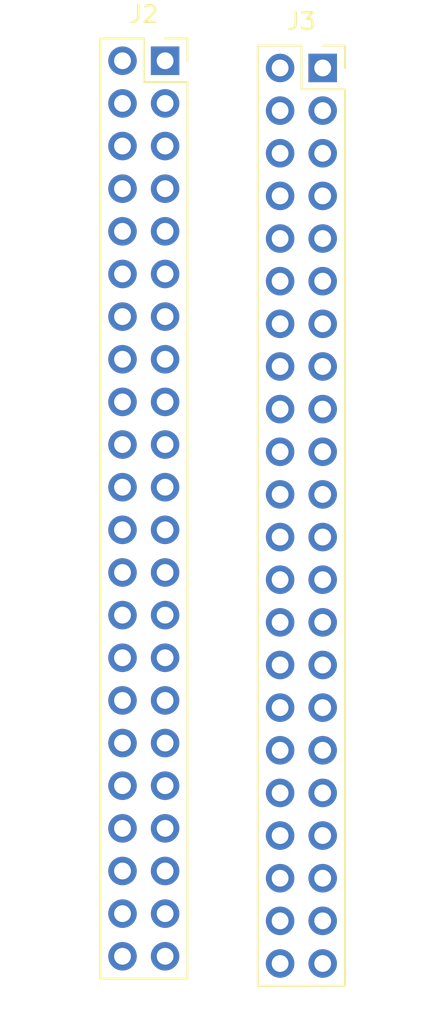
<source format=kicad_pcb>
(kicad_pcb (version 20241229) (generator "pcbnew") (generator_version "9.0")
  (layers (0 "F.Cu" signal) (2 "B.Cu" signal) (13 "F.Paste" user) (15 "B.Paste" user) (5 "F.SilkS" user "F.Silkscreen") (7 "B.SilkS" user "B.Silkscreen") (1 "F.Mask" user) (3 "B.Mask" user) (25 "Edge.Cuts" user))
  (net 0 "")
  (net 1 "PB3")
  (net 2 "+3.3V")
  (net 3 "PB8")
  (net 4 "+5V")
  (net 5 "PD15")
  (net 6 "PD2")
  (net 7 "GND")
  (net 8 "PE0")
  (net 9 "PD9")
  (net 10 "PA9")
  (net 11 "PD6")
  (net 12 "PA15")
  (net 13 "PD0")
  (net 14 "PA11")
  (net 15 "PD4")
  (net 16 "PD11")
  (net 17 "PB15")
  (net 18 "PD13")
  (net 19 "PC9")
  (net 20 "PB6")
  (net 21 "PC7")
  (net 22 "PC11")
  (net 23 "PE15")
  (net 24 "PE7")
  (net 25 "PB11")
  (net 26 "PE6")
  (net 27 "PC4")
  (net 28 "PA5")
  (net 29 "VDDA")
  (net 30 "PE3")
  (net 31 "PE11")
  (net 32 "PE14")
  (net 33 "PB0")
  (net 34 "PC5")
  (net 35 "PE10")
  (net 36 "PA1")
  (net 37 "PA2")
  (net 38 "PE2")
  (net 39 "PE4")
  (net 40 "PA6")
  (net 41 "PE8")
  (net 42 "PE12")
  (net 43 "VREF+")
  (net 44 "PC2")
  (net 45 "PA4")
  (net 46 "PC13")
  (net 47 "PB12")
  (net 48 "PE5")
  (net 49 "PC3")
  (net 50 "PE9")
  (net 51 "PB14")
  (net 52 "PA0")
  (net 53 "PA7")
  (net 54 "PA3")
  (net 55 "PB13")
  (net 56 "PB1")
  (net 57 "PE13")
  (net 58 "PB10")
  (net 59 "PC1")
  (net 60 "PC0")
  (net 61 "PA12")
  (net 62 "PA10")
  (net 63 "PD1")
  (net 64 "PD8")
  (net 65 "PD10")
  (net 66 "PC6")
  (net 67 "PC12")
  (net 68 "PB9")
  (net 69 "PD3")
  (net 70 "PD7")
  (net 71 "PA8")
  (net 72 "PE1")
  (net 73 "PD5")
  (net 74 "PD14")
  (net 75 "PC10")
  (net 76 "PB5")
  (net 77 "PD12")
  (net 78 "PB7")
  (net 79 "PC8")
  (footprint "Connector_PinSocket_2.54mm:PinSocket_2x22_P2.54mm_Vertical" (layer "F.Cu") (at 118.55 51.91)
    (property "Reference" "J3" (at -1.27 -2.77 0) (layer "F.SilkS"))
    (property "Value" "Conn_02x22_Odd_Even")
    (fp_line (start -3.87 -1.33) (end -3.87 54.67) (stroke (width 0.12)) (layer "F.SilkS"))
    (fp_line (start -3.87 -1.33) (end -1.27 -1.33) (stroke (width 0.12)) (layer "F.SilkS"))
    (fp_line (start -3.87 54.67) (end 1.33 54.67) (stroke (width 0.12)) (layer "F.SilkS"))
    (fp_line (start -1.27 -1.33) (end -1.27 1.27) (stroke (width 0.12)) (layer "F.SilkS"))
    (fp_line (start -1.27 1.27) (end 1.33 1.27) (stroke (width 0.12)) (layer "F.SilkS"))
    (fp_line (start 0 -1.33) (end 1.33 -1.33) (stroke (width 0.12)) (layer "F.SilkS"))
    (fp_line (start 1.33 -1.33) (end 1.33 0) (stroke (width 0.12)) (layer "F.SilkS"))
    (fp_line (start 1.33 1.27) (end 1.33 54.67) (stroke (width 0.12)) (layer "F.SilkS"))
    (pad "1" thru_hole rect (at 0 0) (size 1.7 1.7) (drill 1) (layers "*.Cu" "*.Mask") (net 2 "+3.3V"))
    (pad "2" thru_hole oval (at -2.54 0) (size 1.7 1.7) (drill 1) (layers "*.Cu" "*.Mask") (net 2 "+3.3V"))
    (pad "3" thru_hole oval (at 0 2.54) (size 1.7 1.7) (drill 1) (layers "*.Cu" "*.Mask") (net 7 "GND"))
    (pad "4" thru_hole oval (at -2.54 2.54) (size 1.7 1.7) (drill 1) (layers "*.Cu" "*.Mask") (net 7 "GND"))
    (pad "5" thru_hole oval (at 0 5.08) (size 1.7 1.7) (drill 1) (layers "*.Cu" "*.Mask") (net 7 "GND"))
    (pad "6" thru_hole oval (at -2.54 5.08) (size 1.7 1.7) (drill 1) (layers "*.Cu" "*.Mask") (net 7 "GND"))
    (pad "7" thru_hole oval (at 0 7.62) (size 1.7 1.7) (drill 1) (layers "*.Cu" "*.Mask") (net 43 "VREF+"))
    (pad "8" thru_hole oval (at -2.54 7.62) (size 1.7 1.7) (drill 1) (layers "*.Cu" "*.Mask") (net 29 "VDDA"))
    (pad "9" thru_hole oval (at 0 10.16) (size 1.7 1.7) (drill 1) (layers "*.Cu" "*.Mask") (net 55 "PB13"))
    (pad "10" thru_hole oval (at -2.54 10.16) (size 1.7 1.7) (drill 1) (layers "*.Cu" "*.Mask") (net 51 "PB14"))
    (pad "11" thru_hole oval (at 0 12.7) (size 1.7 1.7) (drill 1) (layers "*.Cu" "*.Mask") (net 25 "PB11"))
    (pad "12" thru_hole oval (at -2.54 12.7) (size 1.7 1.7) (drill 1) (layers "*.Cu" "*.Mask") (net 47 "PB12"))
    (pad "13" thru_hole oval (at 0 15.24) (size 1.7 1.7) (drill 1) (layers "*.Cu" "*.Mask") (net 23 "PE15"))
    (pad "14" thru_hole oval (at -2.54 15.24) (size 1.7 1.7) (drill 1) (layers "*.Cu" "*.Mask") (net 58 "PB10"))
    (pad "15" thru_hole oval (at 0 17.78) (size 1.7 1.7) (drill 1) (layers "*.Cu" "*.Mask") (net 57 "PE13"))
    (pad "16" thru_hole oval (at -2.54 17.78) (size 1.7 1.7) (drill 1) (layers "*.Cu" "*.Mask") (net 32 "PE14"))
    (pad "17" thru_hole oval (at 0 20.32) (size 1.7 1.7) (drill 1) (layers "*.Cu" "*.Mask") (net 31 "PE11"))
    (pad "18" thru_hole oval (at -2.54 20.32) (size 1.7 1.7) (drill 1) (layers "*.Cu" "*.Mask") (net 42 "PE12"))
    (pad "19" thru_hole oval (at 0 22.86) (size 1.7 1.7) (drill 1) (layers "*.Cu" "*.Mask") (net 50 "PE9"))
    (pad "20" thru_hole oval (at -2.54 22.86) (size 1.7 1.7) (drill 1) (layers "*.Cu" "*.Mask") (net 35 "PE10"))
    (pad "21" thru_hole oval (at 0 25.4) (size 1.7 1.7) (drill 1) (layers "*.Cu" "*.Mask") (net 24 "PE7"))
    (pad "22" thru_hole oval (at -2.54 25.4) (size 1.7 1.7) (drill 1) (layers "*.Cu" "*.Mask") (net 41 "PE8"))
    (pad "23" thru_hole oval (at 0 27.94) (size 1.7 1.7) (drill 1) (layers "*.Cu" "*.Mask") (net 33 "PB0"))
    (pad "24" thru_hole oval (at -2.54 27.94) (size 1.7 1.7) (drill 1) (layers "*.Cu" "*.Mask") (net 56 "PB1"))
    (pad "25" thru_hole oval (at 0 30.48) (size 1.7 1.7) (drill 1) (layers "*.Cu" "*.Mask") (net 27 "PC4"))
    (pad "26" thru_hole oval (at -2.54 30.48) (size 1.7 1.7) (drill 1) (layers "*.Cu" "*.Mask") (net 34 "PC5"))
    (pad "27" thru_hole oval (at 0 33.02) (size 1.7 1.7) (drill 1) (layers "*.Cu" "*.Mask") (net 40 "PA6"))
    (pad "28" thru_hole oval (at -2.54 33.02) (size 1.7 1.7) (drill 1) (layers "*.Cu" "*.Mask") (net 53 "PA7"))
    (pad "29" thru_hole oval (at 0 35.56) (size 1.7 1.7) (drill 1) (layers "*.Cu" "*.Mask") (net 45 "PA4"))
    (pad "30" thru_hole oval (at -2.54 35.56) (size 1.7 1.7) (drill 1) (layers "*.Cu" "*.Mask") (net 28 "PA5"))
    (pad "31" thru_hole oval (at 0 38.1) (size 1.7 1.7) (drill 1) (layers "*.Cu" "*.Mask") (net 37 "PA2"))
    (pad "32" thru_hole oval (at -2.54 38.1) (size 1.7 1.7) (drill 1) (layers "*.Cu" "*.Mask") (net 54 "PA3"))
    (pad "33" thru_hole oval (at 0 40.64) (size 1.7 1.7) (drill 1) (layers "*.Cu" "*.Mask") (net 52 "PA0"))
    (pad "34" thru_hole oval (at -2.54 40.64) (size 1.7 1.7) (drill 1) (layers "*.Cu" "*.Mask") (net 36 "PA1"))
    (pad "35" thru_hole oval (at 0 43.18) (size 1.7 1.7) (drill 1) (layers "*.Cu" "*.Mask") (net 44 "PC2"))
    (pad "36" thru_hole oval (at -2.54 43.18) (size 1.7 1.7) (drill 1) (layers "*.Cu" "*.Mask") (net 49 "PC3"))
    (pad "37" thru_hole oval (at 0 45.72) (size 1.7 1.7) (drill 1) (layers "*.Cu" "*.Mask") (net 60 "PC0"))
    (pad "38" thru_hole oval (at -2.54 45.72) (size 1.7 1.7) (drill 1) (layers "*.Cu" "*.Mask") (net 59 "PC1"))
    (pad "39" thru_hole oval (at 0 48.26) (size 1.7 1.7) (drill 1) (layers "*.Cu" "*.Mask") (net 26 "PE6"))
    (pad "40" thru_hole oval (at -2.54 48.26) (size 1.7 1.7) (drill 1) (layers "*.Cu" "*.Mask") (net 46 "PC13"))
    (pad "41" thru_hole oval (at 0 50.8) (size 1.7 1.7) (drill 1) (layers "*.Cu" "*.Mask") (net 39 "PE4"))
    (pad "42" thru_hole oval (at -2.54 50.8) (size 1.7 1.7) (drill 1) (layers "*.Cu" "*.Mask") (net 48 "PE5"))
    (pad "43" thru_hole oval (at 0 53.34) (size 1.7 1.7) (drill 1) (layers "*.Cu" "*.Mask") (net 38 "PE2"))
    (pad "44" thru_hole oval (at -2.54 53.34) (size 1.7 1.7) (drill 1) (layers "*.Cu" "*.Mask") (net 30 "PE3"))
  )
  (footprint "Connector_PinSocket_2.54mm:PinSocket_2x22_P2.54mm_Vertical" (layer "F.Cu") (at 109.15 51.48)
    (property "Reference" "J2" (at -1.27 -2.77 0) (layer "F.SilkS"))
    (property "Value" "Conn_02x22_Odd_Even")
    (fp_line (start -3.87 -1.33) (end -3.87 54.67) (stroke (width 0.12)) (layer "F.SilkS"))
    (fp_line (start -3.87 -1.33) (end -1.27 -1.33) (stroke (width 0.12)) (layer "F.SilkS"))
    (fp_line (start -3.87 54.67) (end 1.33 54.67) (stroke (width 0.12)) (layer "F.SilkS"))
    (fp_line (start -1.27 -1.33) (end -1.27 1.27) (stroke (width 0.12)) (layer "F.SilkS"))
    (fp_line (start -1.27 1.27) (end 1.33 1.27) (stroke (width 0.12)) (layer "F.SilkS"))
    (fp_line (start 0 -1.33) (end 1.33 -1.33) (stroke (width 0.12)) (layer "F.SilkS"))
    (fp_line (start 1.33 -1.33) (end 1.33 0) (stroke (width 0.12)) (layer "F.SilkS"))
    (fp_line (start 1.33 1.27) (end 1.33 54.67) (stroke (width 0.12)) (layer "F.SilkS"))
    (pad "1" thru_hole rect (at 0 0) (size 1.7 1.7) (drill 1) (layers "*.Cu" "*.Mask") (net 4 "+5V"))
    (pad "2" thru_hole oval (at -2.54 0) (size 1.7 1.7) (drill 1) (layers "*.Cu" "*.Mask") (net 4 "+5V"))
    (pad "3" thru_hole oval (at 0 2.54) (size 1.7 1.7) (drill 1) (layers "*.Cu" "*.Mask") (net 2 "+3.3V"))
    (pad "4" thru_hole oval (at -2.54 2.54) (size 1.7 1.7) (drill 1) (layers "*.Cu" "*.Mask") (net 2 "+3.3V"))
    (pad "5" thru_hole oval (at 0 5.08) (size 1.7 1.7) (drill 1) (layers "*.Cu" "*.Mask") (net 7 "GND"))
    (pad "6" thru_hole oval (at -2.54 5.08) (size 1.7 1.7) (drill 1) (layers "*.Cu" "*.Mask") (net 7 "GND"))
    (pad "7" thru_hole oval (at 0 7.62) (size 1.7 1.7) (drill 1) (layers "*.Cu" "*.Mask") (net 17 "PB15"))
    (pad "8" thru_hole oval (at -2.54 7.62) (size 1.7 1.7) (drill 1) (layers "*.Cu" "*.Mask") (net 64 "PD8"))
    (pad "9" thru_hole oval (at 0 10.16) (size 1.7 1.7) (drill 1) (layers "*.Cu" "*.Mask") (net 9 "PD9"))
    (pad "10" thru_hole oval (at -2.54 10.16) (size 1.7 1.7) (drill 1) (layers "*.Cu" "*.Mask") (net 65 "PD10"))
    (pad "11" thru_hole oval (at 0 12.7) (size 1.7 1.7) (drill 1) (layers "*.Cu" "*.Mask") (net 16 "PD11"))
    (pad "12" thru_hole oval (at -2.54 12.7) (size 1.7 1.7) (drill 1) (layers "*.Cu" "*.Mask") (net 77 "PD12"))
    (pad "13" thru_hole oval (at 0 15.24) (size 1.7 1.7) (drill 1) (layers "*.Cu" "*.Mask") (net 18 "PD13"))
    (pad "14" thru_hole oval (at -2.54 15.24) (size 1.7 1.7) (drill 1) (layers "*.Cu" "*.Mask") (net 74 "PD14"))
    (pad "15" thru_hole oval (at 0 17.78) (size 1.7 1.7) (drill 1) (layers "*.Cu" "*.Mask") (net 5 "PD15"))
    (pad "16" thru_hole oval (at -2.54 17.78) (size 1.7 1.7) (drill 1) (layers "*.Cu" "*.Mask") (net 66 "PC6"))
    (pad "17" thru_hole oval (at 0 20.32) (size 1.7 1.7) (drill 1) (layers "*.Cu" "*.Mask") (net 21 "PC7"))
    (pad "18" thru_hole oval (at -2.54 20.32) (size 1.7 1.7) (drill 1) (layers "*.Cu" "*.Mask") (net 79 "PC8"))
    (pad "19" thru_hole oval (at 0 22.86) (size 1.7 1.7) (drill 1) (layers "*.Cu" "*.Mask") (net 19 "PC9"))
    (pad "20" thru_hole oval (at -2.54 22.86) (size 1.7 1.7) (drill 1) (layers "*.Cu" "*.Mask") (net 71 "PA8"))
    (pad "21" thru_hole oval (at 0 25.4) (size 1.7 1.7) (drill 1) (layers "*.Cu" "*.Mask") (net 10 "PA9"))
    (pad "22" thru_hole oval (at -2.54 25.4) (size 1.7 1.7) (drill 1) (layers "*.Cu" "*.Mask") (net 62 "PA10"))
    (pad "23" thru_hole oval (at 0 27.94) (size 1.7 1.7) (drill 1) (layers "*.Cu" "*.Mask") (net 14 "PA11"))
    (pad "24" thru_hole oval (at -2.54 27.94) (size 1.7 1.7) (drill 1) (layers "*.Cu" "*.Mask") (net 61 "PA12"))
    (pad "25" thru_hole oval (at 0 30.48) (size 1.7 1.7) (drill 1) (layers "*.Cu" "*.Mask") (net 12 "PA15"))
    (pad "26" thru_hole oval (at -2.54 30.48) (size 1.7 1.7) (drill 1) (layers "*.Cu" "*.Mask") (net 75 "PC10"))
    (pad "27" thru_hole oval (at 0 33.02) (size 1.7 1.7) (drill 1) (layers "*.Cu" "*.Mask") (net 22 "PC11"))
    (pad "28" thru_hole oval (at -2.54 33.02) (size 1.7 1.7) (drill 1) (layers "*.Cu" "*.Mask") (net 67 "PC12"))
    (pad "29" thru_hole oval (at 0 35.56) (size 1.7 1.7) (drill 1) (layers "*.Cu" "*.Mask") (net 13 "PD0"))
    (pad "30" thru_hole oval (at -2.54 35.56) (size 1.7 1.7) (drill 1) (layers "*.Cu" "*.Mask") (net 63 "PD1"))
    (pad "31" thru_hole oval (at 0 38.1) (size 1.7 1.7) (drill 1) (layers "*.Cu" "*.Mask") (net 6 "PD2"))
    (pad "32" thru_hole oval (at -2.54 38.1) (size 1.7 1.7) (drill 1) (layers "*.Cu" "*.Mask") (net 69 "PD3"))
    (pad "33" thru_hole oval (at 0 40.64) (size 1.7 1.7) (drill 1) (layers "*.Cu" "*.Mask") (net 15 "PD4"))
    (pad "34" thru_hole oval (at -2.54 40.64) (size 1.7 1.7) (drill 1) (layers "*.Cu" "*.Mask") (net 73 "PD5"))
    (pad "35" thru_hole oval (at 0 43.18) (size 1.7 1.7) (drill 1) (layers "*.Cu" "*.Mask") (net 11 "PD6"))
    (pad "36" thru_hole oval (at -2.54 43.18) (size 1.7 1.7) (drill 1) (layers "*.Cu" "*.Mask") (net 70 "PD7"))
    (pad "37" thru_hole oval (at 0 45.72) (size 1.7 1.7) (drill 1) (layers "*.Cu" "*.Mask") (net 1 "PB3"))
    (pad "38" thru_hole oval (at -2.54 45.72) (size 1.7 1.7) (drill 1) (layers "*.Cu" "*.Mask") (net 76 "PB5"))
    (pad "39" thru_hole oval (at 0 48.26) (size 1.7 1.7) (drill 1) (layers "*.Cu" "*.Mask") (net 20 "PB6"))
    (pad "40" thru_hole oval (at -2.54 48.26) (size 1.7 1.7) (drill 1) (layers "*.Cu" "*.Mask") (net 78 "PB7"))
    (pad "41" thru_hole oval (at 0 50.8) (size 1.7 1.7) (drill 1) (layers "*.Cu" "*.Mask") (net 3 "PB8"))
    (pad "42" thru_hole oval (at -2.54 50.8) (size 1.7 1.7) (drill 1) (layers "*.Cu" "*.Mask") (net 68 "PB9"))
    (pad "43" thru_hole oval (at 0 53.34) (size 1.7 1.7) (drill 1) (layers "*.Cu" "*.Mask") (net 8 "PE0"))
    (pad "44" thru_hole oval (at -2.54 53.34) (size 1.7 1.7) (drill 1) (layers "*.Cu" "*.Mask") (net 72 "PE1"))
  )
)
</source>
